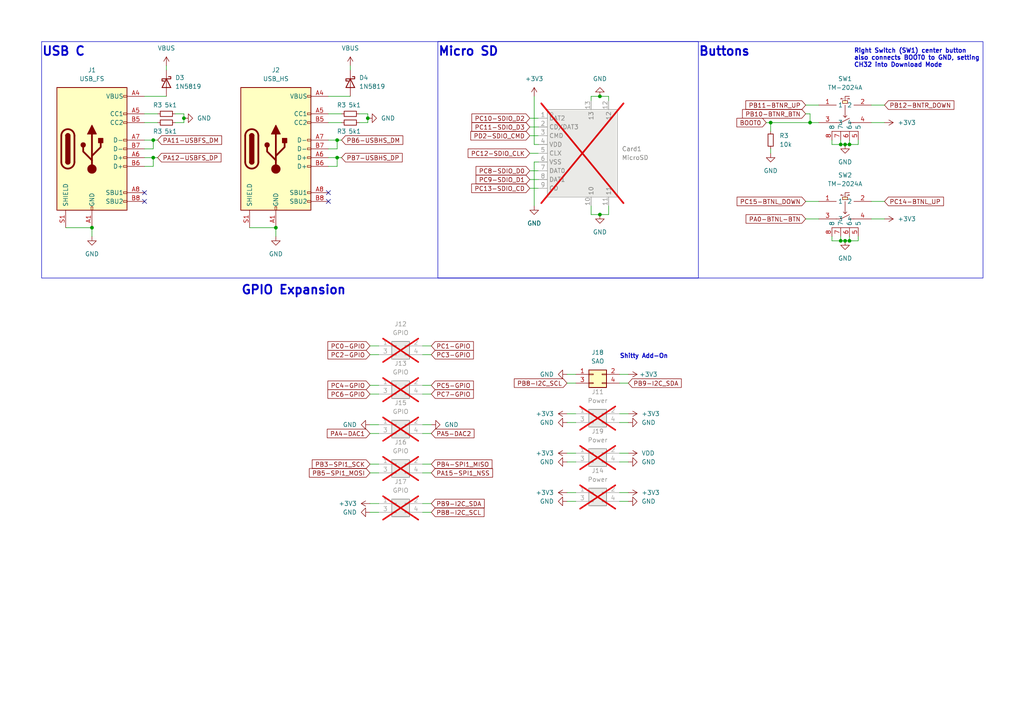
<source format=kicad_sch>
(kicad_sch (version 20230121) (generator eeschema)
  (paper "A4")
  (lib_symbols
    (symbol "Connector:USB_C_Receptacle_USB2.0" (pin_names (offset 1.016))
      (property "Reference" "J" (at -10.16 19.05 0))
      (property "Value" "USB_C_Receptacle_USB2.0" (at 19.05 19.05 0))
      (symbol "USB_C_Receptacle_USB2.0_0_0"
        (rectangle (start -0.254 -17.78) (end 0.254 -16.764))
        (rectangle (start 10.16 -14.986) (end 9.144 -15.494))
        (rectangle (start 10.16 -12.446) (end 9.144 -12.954))
        (rectangle (start 10.16 -4.826) (end 9.144 -5.334))
        (rectangle (start 10.16 -2.286) (end 9.144 -2.794))
        (rectangle (start 10.16 0.254) (end 9.144 -0.254))
        (rectangle (start 10.16 2.794) (end 9.144 2.286))
        (rectangle (start 10.16 7.874) (end 9.144 7.366))
        (rectangle (start 10.16 10.414) (end 9.144 9.906))
        (rectangle (start 10.16 15.494) (end 9.144 14.986))
      )
      (symbol "USB_C_Receptacle_USB2.0_0_1"
        (rectangle (start -10.16 17.78) (end 10.16 -17.78) (stroke (width 0.254)) (fill (type background)))
        (arc (start -8.89 -3.81) (mid -6.985 -5.7067) (end -5.08 -3.81) (stroke (width 0.508)))
        (arc (start -7.62 -3.81) (mid -6.985 -4.4423) (end -6.35 -3.81) (stroke (width 0.254)))
        (arc (start -7.62 -3.81) (mid -6.985 -4.4423) (end -6.35 -3.81) (stroke (width 0.254)) (fill (type outline)))
        (rectangle (start -7.62 -3.81) (end -6.35 3.81) (stroke (width 0.254)) (fill (type outline)))
        (arc (start -6.35 3.81) (mid -6.985 4.4423) (end -7.62 3.81) (stroke (width 0.254)))
        (arc (start -6.35 3.81) (mid -6.985 4.4423) (end -7.62 3.81) (stroke (width 0.254)) (fill (type outline)))
        (arc (start -5.08 3.81) (mid -6.985 5.7067) (end -8.89 3.81) (stroke (width 0.508)))
        (circle (center -2.54 1.143) (radius 0.635) (stroke (width 0.254)) (fill (type outline)))
        (circle (center 0 -5.842) (radius 1.27) (fill (type outline)))
        (polyline (pts (xy -8.89 -3.81) (xy -8.89 3.81)) (stroke (width 0.508)))
        (polyline (pts (xy -5.08 3.81) (xy -5.08 -3.81)) (stroke (width 0.508)))
        (polyline (pts (xy 0 -5.842) (xy 0 4.318)) (stroke (width 0.508)))
        (polyline (pts (xy 0 -3.302) (xy -2.54 -0.762) (xy -2.54 0.508)) (stroke (width 0.508)))
        (polyline (pts (xy 0 -2.032) (xy 2.54 0.508) (xy 2.54 1.778)) (stroke (width 0.508)))
        (polyline (pts (xy -1.27 4.318) (xy 0 6.858) (xy 1.27 4.318) (xy -1.27 4.318)) (stroke (width 0.254)) (fill (type outline)))
        (rectangle (start 1.905 1.778) (end 3.175 3.048) (stroke (width 0.254)) (fill (type outline)))
      )
      (symbol "USB_C_Receptacle_USB2.0_1_1"
        (pin passive line (at 0 -22.86 90) (length 5.08) (name "GND") (number "A1"))
        (pin passive line (at 0 -22.86 90) (length 5.08) hide (name "GND") (number "A12"))
        (pin passive line (at 15.24 15.24 180) (length 5.08) (name "VBUS") (number "A4"))
        (pin bidirectional line (at 15.24 10.16 180) (length 5.08) (name "CC1") (number "A5"))
        (pin bidirectional line (at 15.24 -2.54 180) (length 5.08) (name "D+") (number "A6"))
        (pin bidirectional line (at 15.24 2.54 180) (length 5.08) (name "D-") (number "A7"))
        (pin bidirectional line (at 15.24 -12.7 180) (length 5.08) (name "SBU1") (number "A8"))
        (pin passive line (at 15.24 15.24 180) (length 5.08) hide (name "VBUS") (number "A9"))
        (pin passive line (at 0 -22.86 90) (length 5.08) hide (name "GND") (number "B1"))
        (pin passive line (at 0 -22.86 90) (length 5.08) hide (name "GND") (number "B12"))
        (pin passive line (at 15.24 15.24 180) (length 5.08) hide (name "VBUS") (number "B4"))
        (pin bidirectional line (at 15.24 7.62 180) (length 5.08) (name "CC2") (number "B5"))
        (pin bidirectional line (at 15.24 -5.08 180) (length 5.08) (name "D+") (number "B6"))
        (pin bidirectional line (at 15.24 0 180) (length 5.08) (name "D-") (number "B7"))
        (pin bidirectional line (at 15.24 -15.24 180) (length 5.08) (name "SBU2") (number "B8"))
        (pin passive line (at 15.24 15.24 180) (length 5.08) hide (name "VBUS") (number "B9"))
        (pin passive line (at -7.62 -22.86 90) (length 5.08) (name "SHIELD") (number "S1"))
      )
    )
    (symbol "Connector_Generic:Conn_02x02_Odd_Even" (pin_names (offset 1.016) hide)
      (property "Reference" "J" (at 1.27 2.54 0))
      (property "Value" "Conn_02x02_Odd_Even" (at 1.27 -5.08 0))
      (symbol "Conn_02x02_Odd_Even_1_1"
        (rectangle (start -1.27 -2.413) (end 0 -2.667) (stroke (width 0.1524)))
        (rectangle (start -1.27 0.127) (end 0 -0.127) (stroke (width 0.1524)))
        (rectangle (start -1.27 1.27) (end 3.81 -3.81) (stroke (width 0.254)) (fill (type background)))
        (rectangle (start 3.81 -2.413) (end 2.54 -2.667) (stroke (width 0.1524)))
        (rectangle (start 3.81 0.127) (end 2.54 -0.127) (stroke (width 0.1524)))
        (pin passive line (at -5.08 0 0) (length 3.81) (name "Pin_1") (number "1"))
        (pin passive line (at 7.62 0 180) (length 3.81) (name "Pin_2") (number "2"))
        (pin passive line (at -5.08 -2.54 0) (length 3.81) (name "Pin_3") (number "3"))
        (pin passive line (at 7.62 -2.54 180) (length 3.81) (name "Pin_4") (number "4"))
      )
    )
    (symbol "Device:D_Schottky" (pin_numbers hide) (pin_names (offset 1.016) hide)
      (property "Reference" "D" (at 0 2.54 0))
      (property "Value" "D_Schottky" (at 0 -2.54 0))
      (symbol "D_Schottky_0_1"
        (polyline (pts (xy 1.27 0) (xy -1.27 0)))
        (polyline (pts (xy 1.27 1.27) (xy 1.27 -1.27) (xy -1.27 0) (xy 1.27 1.27)) (stroke (width 0.254)))
        (polyline (pts (xy -1.905 0.635) (xy -1.905 1.27) (xy -1.27 1.27) (xy -1.27 -1.27) (xy -0.635 -1.27) (xy -0.635 -0.635)) (stroke (width 0.254)))
      )
      (symbol "D_Schottky_1_1"
        (pin passive line (at -3.81 0 0) (length 2.54) (name "K") (number "1"))
        (pin passive line (at 3.81 0 180) (length 2.54) (name "A") (number "2"))
      )
    )
    (symbol "Device:R_Small" (pin_numbers hide) (pin_names (offset 0.254) hide)
      (property "Reference" "R" (at 0.762 0.508 0))
      (property "Value" "R_Small" (at 0.762 -1.016 0))
      (symbol "R_Small_0_1"
        (rectangle (start -0.762 1.778) (end 0.762 -1.778) (stroke (width 0.2032)))
      )
      (symbol "R_Small_1_1"
        (pin passive line (at 0 2.54 270) (length 0.762) (name "~") (number "1"))
        (pin passive line (at 0 -2.54 90) (length 0.762) (name "~") (number "2"))
      )
    )
    (symbol "TFPUSH:TFPUSH"
      (property "Reference" "Card" (at 0 20.32 0))
      (property "Value" "TF PUSH" (at 0 -20.32 0))
      (symbol "TFPUSH_0_1"
        (rectangle (start -7.62 12.7) (end 12.7 -12.7) (fill (type background)))
        (circle (center -6.35 11.43) (radius 0.38))
        (pin unspecified line (at -10.16 10.16 0) (length 2.54) (name "DAT2") (number "1"))
        (pin unspecified line (at 5.08 -15.24 90) (length 2.54) (name "10") (number "10"))
        (pin unspecified line (at 10.16 -15.24 90) (length 2.54) (name "11") (number "11"))
        (pin unspecified line (at 10.16 15.24 270) (length 2.54) (name "12") (number "12"))
        (pin unspecified line (at 5.08 15.24 270) (length 2.54) (name "13") (number "13"))
        (pin unspecified line (at -10.16 7.62 0) (length 2.54) (name "CD/DAT3") (number "2"))
        (pin unspecified line (at -10.16 5.08 0) (length 2.54) (name "CMD") (number "3"))
        (pin unspecified line (at -10.16 2.54 0) (length 2.54) (name "VDD") (number "4"))
        (pin unspecified line (at -10.16 0 0) (length 2.54) (name "CLX") (number "5"))
        (pin unspecified line (at -10.16 -2.54 0) (length 2.54) (name "VSS") (number "6"))
        (pin unspecified line (at -10.16 -5.08 0) (length 2.54) (name "DAT0") (number "7"))
        (pin unspecified line (at -10.16 -7.62 0) (length 2.54) (name "DAT1") (number "8"))
        (pin unspecified line (at -10.16 -10.16 0) (length 2.54) (name "CD") (number "9"))
      )
    )
    (symbol "TM2024A:TM-2024A"
      (property "Reference" "SW" (at 0 10.16 0))
      (property "Value" "TM-2024A" (at 0 -10.16 0))
      (symbol "TM-2024A_0_1"
        (rectangle (start -2.03 6.35) (end -0.51 5.59) (fill (type background)))
        (polyline (pts (xy -2.54 0) (xy -3.81 0)))
        (polyline (pts (xy -2.54 0) (xy 0 1.27)))
        (polyline (pts (xy -2.54 6.86) (xy -2.29 7.11)))
        (polyline (pts (xy -1.78 6.86) (xy -2.54 6.86)))
        (polyline (pts (xy -1.27 5.08) (xy -1.27 1.52)))
        (polyline (pts (xy -0.76 6.86) (xy 0 6.86)))
        (polyline (pts (xy -0.25 7.11) (xy 0 6.86)))
        (polyline (pts (xy 1.27 0) (xy 0 0)))
        (polyline (pts (xy 2.54 -2.54) (xy -5.08 -2.54)))
        (polyline (pts (xy -1.78 2.03) (xy -1.27 1.52) (xy -0.76 2.03)))
        (polyline (pts (xy -1.27 6.35) (xy -1.27 7.62) (xy 0 7.62) (xy 0 7.62)))
        (pin unspecified line (at -8.89 5.08 0) (length 5.08) (name "1") (number "1"))
        (pin unspecified line (at 6.35 5.08 180) (length 5.08) (name "2") (number "2"))
        (pin unspecified line (at -8.89 0 0) (length 5.08) (name "3") (number "3"))
        (pin unspecified line (at 6.35 0 180) (length 5.08) (name "4") (number "4"))
        (pin unspecified line (at 2.54 -5.08 90) (length 2.54) (name "5") (number "5"))
        (pin unspecified line (at 0 -5.08 90) (length 2.54) (name "6") (number "6"))
        (pin unspecified line (at -2.54 -5.08 90) (length 2.54) (name "7") (number "7"))
        (pin unspecified line (at -5.08 -5.08 90) (length 2.54) (name "8") (number "8"))
      )
    )
    (symbol "power:+3V3" (power) (pin_names (offset 0))
      (property "Value" "+3V3" (at 0 3.556 0))
      (symbol "+3V3_0_1"
        (polyline (pts (xy -0.762 1.27) (xy 0 2.54)))
        (polyline (pts (xy 0 0) (xy 0 2.54)))
        (polyline (pts (xy 0 2.54) (xy 0.762 1.27)))
      )
      (symbol "+3V3_1_1"
        (pin power_in line (at 0 0 90) (length 0) hide (name "+3V3") (number "1"))
      )
    )
    (symbol "power:GND" (power) (pin_names (offset 0))
      (property "Value" "GND" (at 0 -3.81 0))
      (symbol "GND_0_1"
        (polyline (pts (xy 0 0) (xy 0 -1.27) (xy 1.27 -1.27) (xy 0 -2.54) (xy -1.27 -1.27) (xy 0 -1.27)))
      )
      (symbol "GND_1_1"
        (pin power_in line (at 0 0 270) (length 0) hide (name "GND") (number "1"))
      )
    )
    (symbol "power:VBUS" (power) (pin_names (offset 0))
      (property "Value" "VBUS" (at 0 3.81 0))
      (symbol "VBUS_0_1"
        (polyline (pts (xy -0.762 1.27) (xy 0 2.54)))
        (polyline (pts (xy 0 0) (xy 0 2.54)))
        (polyline (pts (xy 0 2.54) (xy 0.762 1.27)))
      )
      (symbol "VBUS_1_1"
        (pin power_in line (at 0 0 90) (length 0) hide (name "VBUS") (number "1"))
      )
    )
    (symbol "power:VDD" (power) (pin_names (offset 0))
      (property "Value" "VDD" (at 0 3.81 0))
      (symbol "VDD_0_1"
        (polyline (pts (xy -0.762 1.27) (xy 0 2.54)))
        (polyline (pts (xy 0 0) (xy 0 2.54)))
        (polyline (pts (xy 0 2.54) (xy 0.762 1.27)))
      )
      (symbol "VDD_1_1"
        (pin power_in line (at 0 0 90) (length 0) hide (name "VDD") (number "1"))
      )
    )
  )
  (junction (at 246.38 69.85))
  (junction (at 80.01 66.04))
  (junction (at 97.79 40.64))
  (junction (at 53.34 34.29))
  (junction (at 243.84 41.91))
  (junction (at 44.45 40.64))
  (junction (at 243.84 69.85))
  (junction (at 97.79 45.72))
  (junction (at 246.38 41.91))
  (junction (at 44.45 45.72))
  (junction (at 26.67 66.04))
  (junction (at 245.11 41.91))
  (junction (at 106.68 34.29))
  (junction (at 245.11 69.85))
  (junction (at 173.99 62.23))
  (junction (at 234.95 35.56))
  (junction (at 223.52 35.56))
  (junction (at 173.99 27.94))
  (no_connect (at 41.91 55.88))
  (no_connect (at 95.25 58.42))
  (no_connect (at 41.91 58.42))
  (no_connect (at 95.25 55.88))
  (wire (pts (xy 176.53 62.23) (xy 173.99 62.23)))
  (wire (pts (xy 44.45 43.18) (xy 44.45 40.64)))
  (wire (pts (xy 222.25 35.56) (xy 223.52 35.56)))
  (wire (pts (xy 233.68 33.02) (xy 234.95 33.02)))
  (wire (pts (xy 41.91 35.56) (xy 45.72 35.56)))
  (wire (pts (xy 97.79 45.72) (xy 99.06 45.72)))
  (wire (pts (xy 153.67 36.83) (xy 156.21 36.83)))
  (wire (pts (xy 154.94 46.99) (xy 154.94 59.69)))
  (wire (pts (xy 106.68 33.02) (xy 106.68 34.29)))
  (wire (pts (xy 41.91 43.18) (xy 44.45 43.18)))
  (wire (pts (xy 107.315 148.59) (xy 109.855 148.59)))
  (wire (pts (xy 241.3 69.85) (xy 243.84 69.85)))
  (wire (pts (xy 53.34 33.02) (xy 53.34 34.29)))
  (wire (pts (xy 233.68 63.5) (xy 237.49 63.5)))
  (wire (pts (xy 179.705 111.125) (xy 182.245 111.125)))
  (wire (pts (xy 19.05 66.04) (xy 26.67 66.04)))
  (wire (pts (xy 107.315 137.16) (xy 109.855 137.16)))
  (wire (pts (xy 97.79 40.64) (xy 99.06 40.64)))
  (wire (pts (xy 153.67 34.29) (xy 156.21 34.29)))
  (wire (pts (xy 122.555 148.59) (xy 125.095 148.59)))
  (wire (pts (xy 164.465 133.985) (xy 167.005 133.985)))
  (wire (pts (xy 233.68 30.48) (xy 237.49 30.48)))
  (wire (pts (xy 246.38 68.58) (xy 246.38 69.85)))
  (wire (pts (xy 248.92 40.64) (xy 248.92 41.91)))
  (wire (pts (xy 104.14 35.56) (xy 106.68 35.56)))
  (wire (pts (xy 243.84 68.58) (xy 243.84 69.85)))
  (wire (pts (xy 176.53 29.21) (xy 176.53 27.94)))
  (wire (pts (xy 41.91 33.02) (xy 45.72 33.02)))
  (wire (pts (xy 50.8 35.56) (xy 53.34 35.56)))
  (wire (pts (xy 223.52 35.56) (xy 223.52 38.1)))
  (wire (pts (xy 248.92 68.58) (xy 248.92 69.85)))
  (wire (pts (xy 153.67 44.45) (xy 156.21 44.45)))
  (wire (pts (xy 122.555 146.05) (xy 125.095 146.05)))
  (wire (pts (xy 179.705 145.415) (xy 182.245 145.415)))
  (wire (pts (xy 164.465 131.445) (xy 167.005 131.445)))
  (wire (pts (xy 122.555 137.16) (xy 125.095 137.16)))
  (wire (pts (xy 122.555 100.33) (xy 125.095 100.33)))
  (wire (pts (xy 153.67 52.07) (xy 156.21 52.07)))
  (wire (pts (xy 164.465 122.555) (xy 167.005 122.555)))
  (wire (pts (xy 107.315 125.73) (xy 109.855 125.73)))
  (wire (pts (xy 252.73 30.48) (xy 256.54 30.48)))
  (wire (pts (xy 252.73 35.56) (xy 256.54 35.56)))
  (wire (pts (xy 154.94 41.91) (xy 156.21 41.91)))
  (wire (pts (xy 107.315 102.87) (xy 109.855 102.87)))
  (wire (pts (xy 122.555 111.76) (xy 125.095 111.76)))
  (wire (pts (xy 243.84 69.85) (xy 245.11 69.85)))
  (wire (pts (xy 176.53 27.94) (xy 173.99 27.94)))
  (wire (pts (xy 164.465 108.585) (xy 167.005 108.585)))
  (wire (pts (xy 41.91 40.64) (xy 44.45 40.64)))
  (wire (pts (xy 107.315 111.76) (xy 109.855 111.76)))
  (wire (pts (xy 241.3 40.64) (xy 241.3 41.91)))
  (wire (pts (xy 107.315 100.33) (xy 109.855 100.33)))
  (wire (pts (xy 171.45 29.21) (xy 171.45 27.94)))
  (wire (pts (xy 179.705 142.875) (xy 182.245 142.875)))
  (wire (pts (xy 179.705 122.555) (xy 182.245 122.555)))
  (wire (pts (xy 106.68 35.56) (xy 106.68 34.29)))
  (wire (pts (xy 171.45 59.69) (xy 171.45 62.23)))
  (wire (pts (xy 53.34 35.56) (xy 53.34 34.29)))
  (wire (pts (xy 107.315 146.05) (xy 109.855 146.05)))
  (wire (pts (xy 156.21 46.99) (xy 154.94 46.99)))
  (wire (pts (xy 107.315 134.62) (xy 109.855 134.62)))
  (wire (pts (xy 223.52 43.18) (xy 223.52 44.45)))
  (wire (pts (xy 171.45 27.94) (xy 173.99 27.94)))
  (wire (pts (xy 122.555 123.19) (xy 125.095 123.19)))
  (wire (pts (xy 171.45 62.23) (xy 173.99 62.23)))
  (wire (pts (xy 122.555 102.87) (xy 125.095 102.87)))
  (wire (pts (xy 164.465 145.415) (xy 167.005 145.415)))
  (wire (pts (xy 95.25 48.26) (xy 97.79 48.26)))
  (wire (pts (xy 48.26 19.05) (xy 48.26 20.32)))
  (wire (pts (xy 176.53 59.69) (xy 176.53 62.23)))
  (wire (pts (xy 241.3 68.58) (xy 241.3 69.85)))
  (wire (pts (xy 41.91 45.72) (xy 44.45 45.72)))
  (wire (pts (xy 154.94 27.94) (xy 154.94 41.91)))
  (wire (pts (xy 26.67 66.04) (xy 26.67 68.58)))
  (wire (pts (xy 122.555 134.62) (xy 125.095 134.62)))
  (wire (pts (xy 153.67 54.61) (xy 156.21 54.61)))
  (wire (pts (xy 179.705 120.015) (xy 182.245 120.015)))
  (wire (pts (xy 246.38 69.85) (xy 245.11 69.85)))
  (wire (pts (xy 95.25 45.72) (xy 97.79 45.72)))
  (wire (pts (xy 252.73 58.42) (xy 256.54 58.42)))
  (wire (pts (xy 233.68 58.42) (xy 237.49 58.42)))
  (wire (pts (xy 44.45 45.72) (xy 45.72 45.72)))
  (wire (pts (xy 122.555 125.73) (xy 125.095 125.73)))
  (wire (pts (xy 234.95 33.02) (xy 234.95 35.56)))
  (wire (pts (xy 252.73 63.5) (xy 256.54 63.5)))
  (wire (pts (xy 248.92 69.85) (xy 246.38 69.85)))
  (wire (pts (xy 104.14 33.02) (xy 106.68 33.02)))
  (wire (pts (xy 153.67 39.37) (xy 156.21 39.37)))
  (wire (pts (xy 95.25 33.02) (xy 99.06 33.02)))
  (wire (pts (xy 95.25 40.64) (xy 97.79 40.64)))
  (wire (pts (xy 101.6 19.05) (xy 101.6 20.32)))
  (wire (pts (xy 50.8 33.02) (xy 53.34 33.02)))
  (wire (pts (xy 248.92 41.91) (xy 246.38 41.91)))
  (wire (pts (xy 246.38 40.64) (xy 246.38 41.91)))
  (wire (pts (xy 246.38 41.91) (xy 245.11 41.91)))
  (wire (pts (xy 107.315 114.3) (xy 109.855 114.3)))
  (wire (pts (xy 95.25 35.56) (xy 99.06 35.56)))
  (wire (pts (xy 164.465 111.125) (xy 167.005 111.125)))
  (wire (pts (xy 153.67 49.53) (xy 156.21 49.53)))
  (wire (pts (xy 243.84 41.91) (xy 245.11 41.91)))
  (wire (pts (xy 95.25 43.18) (xy 97.79 43.18)))
  (wire (pts (xy 179.705 131.445) (xy 182.245 131.445)))
  (wire (pts (xy 80.01 66.04) (xy 80.01 68.58)))
  (wire (pts (xy 107.315 123.19) (xy 109.855 123.19)))
  (wire (pts (xy 44.45 48.26) (xy 44.45 45.72)))
  (wire (pts (xy 44.45 40.64) (xy 45.72 40.64)))
  (wire (pts (xy 41.91 27.94) (xy 48.26 27.94)))
  (wire (pts (xy 164.465 120.015) (xy 167.005 120.015)))
  (wire (pts (xy 179.705 108.585) (xy 182.245 108.585)))
  (wire (pts (xy 223.52 35.56) (xy 234.95 35.56)))
  (wire (pts (xy 95.25 27.94) (xy 101.6 27.94)))
  (wire (pts (xy 234.95 35.56) (xy 237.49 35.56)))
  (wire (pts (xy 122.555 114.3) (xy 125.095 114.3)))
  (wire (pts (xy 97.79 43.18) (xy 97.79 40.64)))
  (wire (pts (xy 243.84 40.64) (xy 243.84 41.91)))
  (wire (pts (xy 97.79 48.26) (xy 97.79 45.72)))
  (wire (pts (xy 241.3 41.91) (xy 243.84 41.91)))
  (wire (pts (xy 41.91 48.26) (xy 44.45 48.26)))
  (wire (pts (xy 164.465 142.875) (xy 167.005 142.875)))
  (wire (pts (xy 72.39 66.04) (xy 80.01 66.04)))
  (wire (pts (xy 179.705 133.985) (xy 182.245 133.985)))
  (rectangle (start 12.065 12.065) (end 285.115 80.645))
  (rectangle (start 127 12.065) (end 202.565 80.645))
  (text "Buttons" (at 202.565 16.51 0) (effects (font (size 2.54 2.54) bold) (justify left bottom)))
  (text "USB C" (at 12.065 16.51 0) (effects (font (size 2.54 2.54) bold) (justify left bottom)))
  (text "GPIO Expansion" (at 69.85 85.725 0) (effects (font (size 2.54 2.54) bold) (justify left bottom)))
  (text "Micro SD" (at 127 16.51 0) (effects (font (size 2.54 2.54) bold) (justify left bottom)))
  (text "Right Switch (SW1) center button\nalso connects BOOT0 to GND, setting\nCH32 into Download Mode" (at 247.65 19.685 0) (effects (font (size 1.27 1.27) bold) (justify left bottom)))
  (text "Shitty Add-On" (at 179.705 104.14 0) (effects (font (size 1.27 1.27) bold) (justify left bottom)))
  (global_label "PB7-USBHS_DP" (shape input) (at 99.06 45.72 0) (property "Intersheetrefs" "${INTERSHEET_REFS}" (effects hide)))
  (global_label "PC8-SDIO_D0" (shape input) (at 153.67 49.53 180) (property "Intersheetrefs" "${INTERSHEET_REFS}" (effects hide)))
  (global_label "PC2-GPIO" (shape input) (at 107.315 102.87 180) (property "Intersheetrefs" "${INTERSHEET_REFS}" (effects hide)))
  (global_label "PA15-SPI1_NSS" (shape input) (at 125.095 137.16 0) (property "Intersheetrefs" "${INTERSHEET_REFS}" (effects hide)))
  (global_label "PC11-SDIO_D3" (shape input) (at 153.67 36.83 180) (property "Intersheetrefs" "${INTERSHEET_REFS}" (effects hide)))
  (global_label "PB9-I2C_SDA" (shape input) (at 182.245 111.125 0) (property "Intersheetrefs" "${INTERSHEET_REFS}" (effects hide)))
  (global_label "PB11-BTNR_UP" (shape input) (at 233.68 30.48 180) (property "Intersheetrefs" "${INTERSHEET_REFS}" (effects hide)))
  (global_label "PA0-BTNL-BTN" (shape input) (at 233.68 63.5 180) (property "Intersheetrefs" "${INTERSHEET_REFS}" (effects hide)))
  (global_label "PB8-I2C_SCL" (shape input) (at 164.465 111.125 180) (property "Intersheetrefs" "${INTERSHEET_REFS}" (effects hide)))
  (global_label "PB8-I2C_SCL" (shape input) (at 125.095 148.59 0) (property "Intersheetrefs" "${INTERSHEET_REFS}" (effects hide)))
  (global_label "PB5-SPI1_MOSI" (shape input) (at 107.315 137.16 180) (property "Intersheetrefs" "${INTERSHEET_REFS}" (effects hide)))
  (global_label "PB4-SPI1_MISO" (shape input) (at 125.095 134.62 0) (property "Intersheetrefs" "${INTERSHEET_REFS}" (effects hide)))
  (global_label "PC13-SDIO_CD" (shape input) (at 153.67 54.61 180) (property "Intersheetrefs" "${INTERSHEET_REFS}" (effects hide)))
  (global_label "PB12-BNTR_DOWN" (shape input) (at 256.54 30.48 0) (property "Intersheetrefs" "${INTERSHEET_REFS}" (effects hide)))
  (global_label "PA12-USBFS_DP" (shape input) (at 45.72 45.72 0) (property "Intersheetrefs" "${INTERSHEET_REFS}" (effects hide)))
  (global_label "PC0-GPIO" (shape input) (at 107.315 100.33 180) (property "Intersheetrefs" "${INTERSHEET_REFS}" (effects hide)))
  (global_label "PA4-DAC1" (shape input) (at 107.315 125.73 180) (property "Intersheetrefs" "${INTERSHEET_REFS}" (effects hide)))
  (global_label "PC1-GPIO" (shape input) (at 125.095 100.33 0) (property "Intersheetrefs" "${INTERSHEET_REFS}" (effects hide)))
  (global_label "PC10-SDIO_D2" (shape input) (at 153.67 34.29 180) (property "Intersheetrefs" "${INTERSHEET_REFS}" (effects hide)))
  (global_label "PC7-GPIO" (shape input) (at 125.095 114.3 0) (property "Intersheetrefs" "${INTERSHEET_REFS}" (effects hide)))
  (global_label "PC3-GPIO" (shape input) (at 125.095 102.87 0) (property "Intersheetrefs" "${INTERSHEET_REFS}" (effects hide)))
  (global_label "PC15-BTNL_DOWN" (shape input) (at 233.68 58.42 180) (property "Intersheetrefs" "${INTERSHEET_REFS}" (effects hide)))
  (global_label "PA5-DAC2" (shape input) (at 125.095 125.73 0) (property "Intersheetrefs" "${INTERSHEET_REFS}" (effects hide)))
  (global_label "PC14-BTNL_UP" (shape input) (at 256.54 58.42 0) (property "Intersheetrefs" "${INTERSHEET_REFS}" (effects hide)))
  (global_label "PC12-SDIO_CLK" (shape input) (at 153.67 44.45 180) (property "Intersheetrefs" "${INTERSHEET_REFS}" (effects hide)))
  (global_label "BOOT0" (shape input) (at 222.25 35.56 180) (property "Intersheetrefs" "${INTERSHEET_REFS}" (effects hide)))
  (global_label "PB9-I2C_SDA" (shape input) (at 125.095 146.05 0) (property "Intersheetrefs" "${INTERSHEET_REFS}" (effects hide)))
  (global_label "PA11-USBFS_DM" (shape input) (at 45.72 40.64 0) (property "Intersheetrefs" "${INTERSHEET_REFS}" (effects hide)))
  (global_label "PB10-BTNR_BTN" (shape input) (at 233.68 33.02 180) (property "Intersheetrefs" "${INTERSHEET_REFS}" (effects hide)))
  (global_label "PC5-GPIO" (shape input) (at 125.095 111.76 0) (property "Intersheetrefs" "${INTERSHEET_REFS}" (effects hide)))
  (global_label "PC9-SDIO_D1" (shape input) (at 153.67 52.07 180) (property "Intersheetrefs" "${INTERSHEET_REFS}" (effects hide)))
  (global_label "PB3-SPI1_SCK" (shape input) (at 107.315 134.62 180) (property "Intersheetrefs" "${INTERSHEET_REFS}" (effects hide)))
  (global_label "PC4-GPIO" (shape input) (at 107.315 111.76 180) (property "Intersheetrefs" "${INTERSHEET_REFS}" (effects hide)))
  (global_label "PC6-GPIO" (shape input) (at 107.315 114.3 180) (property "Intersheetrefs" "${INTERSHEET_REFS}" (effects hide)))
  (global_label "PD2-SDIO_CMD" (shape input) (at 153.67 39.37 180) (property "Intersheetrefs" "${INTERSHEET_REFS}" (effects hide)))
  (global_label "PB6-USBHS_DM" (shape input) (at 99.06 40.64 0) (property "Intersheetrefs" "${INTERSHEET_REFS}" (effects hide)))
  (symbol (lib_id "power:+3V3") (at 107.315 146.05 90) (unit 1)
    (property "Reference" "#PWR02" (effects hide))
    (property "Value" "+3V3" (at 103.505 146.05 90) (effects (justify left)))
    (instances (project "Badge_Bottom" (path "" (reference "#PWR02") (unit 1)) (path "" (reference "#PWR033") (unit 1)) (path "" (reference "#PWR096") (unit 1))))
  )
  (symbol (lib_id "Connector_Generic:Conn_02x02_Odd_Even") (at 114.935 146.05 0) (unit 1) (in_bom no) (dnp yes)
    (property "Reference" "J17" (at 116.205 139.7 0))
    (property "Value" "GPIO" (at 116.205 142.24 0))
    (property "Footprint" "Connector_PinHeader_2.54mm:PinHeader_2x02_P2.54mm_Vertical" (effects hide))
  )
  (symbol (lib_id "Connector_Generic:Conn_02x02_Odd_Even") (at 114.935 111.76 0) (unit 1) (in_bom no) (dnp yes)
    (property "Reference" "J13" (at 116.205 105.41 0))
    (property "Value" "GPIO" (at 116.205 107.95 0))
    (property "Footprint" "Connector_PinHeader_2.54mm:PinHeader_2x02_P2.54mm_Vertical" (effects hide))
  )
  (symbol (lib_id "power:GND") (at 154.94 59.69 0) (unit 1)
    (property "Reference" "#PWR026" (effects hide))
    (property "Value" "GND" (at 154.94 64.77 0))
    (instances (project "Badge_Bottom" (path "" (reference "#PWR026") (unit 1)) (path "" (reference "#PWR017") (unit 1))))
  )
  (symbol (lib_id "Connector:USB_C_Receptacle_USB2.0") (at 26.67 43.18 0) (unit 1)
    (property "Reference" "J1" (at 26.67 20.32 0))
    (property "Value" "USB_FS" (at 26.67 22.86 0))
    (property "Footprint" "Connector_USB:USB_C_Receptacle_HRO_TYPE-C-31-M-12" (effects hide))
    (property "Datasheet" "https://www.usb.org/sites/default/files/documents/usb_type-c.zip" (effects hide))
  )
  (symbol (lib_id "power:GND") (at 245.11 41.91 0) (unit 1)
    (property "Reference" "#PWR034" (effects hide))
    (property "Value" "GND" (at 245.11 46.99 0))
    (instances (project "Badge_Bottom" (path "" (reference "#PWR034") (unit 1)) (path "" (reference "#PWR087") (unit 1))))
  )
  (symbol (lib_id "power:+3V3") (at 256.54 63.5 270) (unit 1)
    (property "Reference" "#PWR02" (effects hide))
    (property "Value" "+3V3" (at 260.35 63.5 90) (effects (justify left)))
    (instances (project "Badge_Bottom" (path "" (reference "#PWR02") (unit 1)) (path "" (reference "#PWR033") (unit 1)) (path "" (reference "#PWR056") (unit 1))))
  )
  (symbol (lib_id "power:GND") (at 164.465 133.985 270) (unit 1)
    (property "Reference" "#PWR026" (effects hide))
    (property "Value" "GND" (at 160.655 133.985 90) (effects (justify right)))
    (instances (project "Badge_Bottom" (path "" (reference "#PWR026") (unit 1)) (path "" (reference "#PWR052") (unit 1))))
  )
  (symbol (lib_id "Connector_Generic:Conn_02x02_Odd_Even") (at 114.935 100.33 0) (unit 1) (in_bom no) (dnp yes)
    (property "Reference" "J12" (at 116.205 93.98 0))
    (property "Value" "GPIO" (at 116.205 96.52 0))
    (property "Footprint" "Connector_PinHeader_2.54mm:PinHeader_2x02_P2.54mm_Vertical" (effects hide))
  )
  (symbol (lib_id "Device:R_Small") (at 48.26 35.56 90) (unit 1)
    (property "Reference" "R3" (at 45.72 38.1 90))
    (property "Value" "5k1" (at 49.53 38.1 90))
    (property "Footprint" "Resistor_SMD:R_0603_1608Metric" (effects hide))
    (instances (project "Badge_Bottom" (path "" (reference "R3") (unit 1)) (path "" (reference "R9") (unit 1)) (path "" (reference "R9") (unit 1))))
  )
  (symbol (lib_id "Device:R_Small") (at 223.52 40.64 180) (unit 1)
    (property "Reference" "R3" (at 226.06 39.37 0) (effects (justify right)))
    (property "Value" "10k" (at 226.06 41.91 0) (effects (justify right)))
    (property "Footprint" "Resistor_SMD:R_0603_1608Metric" (effects hide))
    (instances (project "Badge_Bottom" (path "" (reference "R3") (unit 1)) (path "" (reference "R12") (unit 1)) (path "" (reference "R12") (unit 1))))
  )
  (symbol (lib_id "Connector:USB_C_Receptacle_USB2.0") (at 80.01 43.18 0) (unit 1)
    (property "Reference" "J2" (at 80.01 20.32 0))
    (property "Value" "USB_HS" (at 80.01 22.86 0))
    (property "Footprint" "Connector_USB:USB_C_Receptacle_HRO_TYPE-C-31-M-12" (effects hide))
    (property "Datasheet" "https://www.usb.org/sites/default/files/documents/usb_type-c.zip" (effects hide))
  )
  (symbol (lib_id "power:VBUS") (at 48.26 19.05 0) (unit 1)
    (property "Reference" "#PWR04" (effects hide))
    (property "Value" "VBUS" (at 48.26 13.97 0))
    (instances (project "Badge_Bottom" (path "" (reference "#PWR04") (unit 1)) (path "" (reference "#PWR018") (unit 1)) (path "" (reference "#PWR026") (unit 1))))
  )
  (symbol (lib_id "power:+3V3") (at 154.94 27.94 0) (unit 1)
    (property "Reference" "#PWR02" (effects hide))
    (property "Value" "+3V3" (at 154.94 22.86 0))
    (instances (project "Badge_Bottom" (path "" (reference "#PWR02") (unit 1)) (path "" (reference "#PWR033") (unit 1)) (path "" (reference "#PWR044") (unit 1))))
  )
  (symbol (lib_id "power:GND") (at 182.245 145.415 90) (mirror x) (unit 1)
    (property "Reference" "#PWR026" (effects hide))
    (property "Value" "GND" (at 186.055 145.415 90) (effects (justify right)))
    (instances (project "Badge_Bottom" (path "" (reference "#PWR026") (unit 1)) (path "" (reference "#PWR095") (unit 1))))
  )
  (symbol (lib_id "power:+3V3") (at 256.54 35.56 270) (unit 1)
    (property "Reference" "#PWR02" (effects hide))
    (property "Value" "+3V3" (at 260.35 35.56 90) (effects (justify left)))
    (instances (project "Badge_Bottom" (path "" (reference "#PWR02") (unit 1)) (path "" (reference "#PWR033") (unit 1)) (path "" (reference "#PWR034") (unit 1))))
  )
  (symbol (lib_id "Connector_Generic:Conn_02x02_Odd_Even") (at 172.085 108.585 0) (unit 1) (in_bom no)
    (property "Reference" "J18" (at 173.355 102.235 0))
    (property "Value" "SAO" (at 173.355 104.775 0))
    (property "Footprint" "2x02_pinsocket_254:HDR-TH_4P-P2.54-H-F-R2-C2-W8.5" (effects hide))
  )
  (symbol (lib_id "Device:R_Small") (at 101.6 33.02 90) (unit 1)
    (property "Reference" "R3" (at 99.06 30.48 90))
    (property "Value" "5k1" (at 102.87 30.48 90))
    (property "Footprint" "Resistor_SMD:R_0603_1608Metric" (effects hide))
    (instances (project "Badge_Bottom" (path "" (reference "R3") (unit 1)) (path "" (reference "R10") (unit 1)) (path "" (reference "R10") (unit 1))))
  )
  (symbol (lib_id "Device:D_Schottky") (at 48.26 24.13 270) (unit 1)
    (property "Reference" "D3" (at 50.8 22.5425 90) (effects (justify left)))
    (property "Value" "1N5819" (at 50.8 25.0825 90) (effects (justify left)))
    (property "Footprint" "Diode_SMD:D_SOD-323" (effects hide))
  )
  (symbol (lib_id "power:GND") (at 164.465 122.555 270) (unit 1)
    (property "Reference" "#PWR026" (effects hide))
    (property "Value" "GND" (at 160.655 122.555 90) (effects (justify right)))
    (instances (project "Badge_Bottom" (path "" (reference "#PWR026") (unit 1)) (path "" (reference "#PWR048") (unit 1))))
  )
  (symbol (lib_id "Device:D_Schottky") (at 101.6 24.13 270) (unit 1)
    (property "Reference" "D4" (at 104.14 22.5425 90) (effects (justify left)))
    (property "Value" "1N5819" (at 104.14 25.0825 90) (effects (justify left)))
    (property "Footprint" "Diode_SMD:D_SOD-323" (effects hide))
  )
  (symbol (lib_id "power:VBUS") (at 101.6 19.05 0) (unit 1)
    (property "Reference" "#PWR04" (effects hide))
    (property "Value" "VBUS" (at 101.6 13.97 0))
    (instances (project "Badge_Bottom" (path "" (reference "#PWR04") (unit 1)) (path "" (reference "#PWR027") (unit 1)) (path "" (reference "#PWR027") (unit 1))))
  )
  (symbol (lib_id "power:+3V3") (at 164.465 131.445 90) (unit 1)
    (property "Reference" "#PWR02" (effects hide))
    (property "Value" "+3V3" (at 160.655 131.445 90) (effects (justify left)))
    (instances (project "Badge_Bottom" (path "" (reference "#PWR02") (unit 1)) (path "" (reference "#PWR033") (unit 1)) (path "" (reference "#PWR051") (unit 1))))
  )
  (symbol (lib_id "power:+3V3") (at 182.245 108.585 270) (unit 1)
    (property "Reference" "#PWR02" (effects hide))
    (property "Value" "+3V3" (at 185.42 108.585 90) (effects (justify left)))
    (instances (project "Badge_Bottom" (path "" (reference "#PWR02") (unit 1)) (path "" (reference "#PWR033") (unit 1)) (path "" (reference "#PWR046") (unit 1))))
  )
  (symbol (lib_id "TM2024A:TM-2024A") (at 246.38 63.5 0) (unit 1)
    (property "Reference" "SW2" (at 245.11 50.8 0))
    (property "Value" "TM-2024A" (at 245.11 53.34 0))
    (property "Footprint" "TM2024A:SW-SMD_TM-2024A" (effects hide))
    (property "Manufacturer" "XKB Connectivity(中国星坤)" (effects hide))
    (property "LCSC Part" "C561480" (effects hide))
    (property "JLC Part" "Extended Part" (effects hide))
  )
  (symbol (lib_id "power:GND") (at 106.68 34.29 90) (unit 1)
    (property "Reference" "#PWR031" (effects hide))
    (property "Value" "GND" (at 110.49 34.29 90) (effects (justify right)))
  )
  (symbol (lib_id "power:GND") (at 107.315 148.59 270) (unit 1)
    (property "Reference" "#PWR026" (effects hide))
    (property "Value" "GND" (at 103.505 148.59 90) (effects (justify right)))
    (instances (project "Badge_Bottom" (path "" (reference "#PWR026") (unit 1)) (path "" (reference "#PWR063") (unit 1))))
  )
  (symbol (lib_id "Device:R_Small") (at 101.6 35.56 90) (unit 1)
    (property "Reference" "R3" (at 99.06 38.1 90))
    (property "Value" "5k1" (at 102.87 38.1 90))
    (property "Footprint" "Resistor_SMD:R_0603_1608Metric" (effects hide))
    (instances (project "Badge_Bottom" (path "" (reference "R3") (unit 1)) (path "" (reference "R11") (unit 1)) (path "" (reference "R11") (unit 1))))
  )
  (symbol (lib_id "Connector_Generic:Conn_02x02_Odd_Even") (at 172.085 131.445 0) (unit 1) (in_bom no) (dnp yes)
    (property "Reference" "J19" (at 173.355 125.095 0))
    (property "Value" "Power" (at 173.355 127.635 0))
    (property "Footprint" "Connector_PinHeader_2.54mm:PinHeader_2x02_P2.54mm_Vertical" (effects hide))
  )
  (symbol (lib_id "power:GND") (at 164.465 108.585 270) (unit 1)
    (property "Reference" "#PWR026" (effects hide))
    (property "Value" "GND" (at 160.655 108.585 90) (effects (justify right)))
    (instances (project "Badge_Bottom" (path "" (reference "#PWR026") (unit 1)) (path "" (reference "#PWR045") (unit 1))))
  )
  (symbol (lib_id "power:GND") (at 164.465 145.415 270) (unit 1)
    (property "Reference" "#PWR026" (effects hide))
    (property "Value" "GND" (at 160.655 145.415 90) (effects (justify right)))
    (instances (project "Badge_Bottom" (path "" (reference "#PWR026") (unit 1)) (path "" (reference "#PWR093") (unit 1))))
  )
  (symbol (lib_id "power:GND") (at 223.52 44.45 0) (unit 1)
    (property "Reference" "#PWR034" (effects hide))
    (property "Value" "GND" (at 223.52 49.53 0))
    (instances (project "Badge_Bottom" (path "" (reference "#PWR034") (unit 1)) (path "" (reference "#PWR033") (unit 1))))
  )
  (symbol (lib_id "power:VDD") (at 182.245 131.445 270) (unit 1)
    (property "Reference" "#PWR03" (effects hide))
    (property "Value" "VDD" (at 186.055 131.445 90) (effects (justify left)))
    (instances (project "Badge_Top" (path "" (reference "#PWR03") (unit 1))) (project "Badge_Bottom" (path "" (reference "#PWR021") (unit 1)) (path "" (reference "#PWR014") (unit 1)) (path "" (reference "#PWR054") (unit 1))))
  )
  (symbol (lib_id "Device:R_Small") (at 48.26 33.02 90) (unit 1)
    (property "Reference" "R3" (at 45.72 30.48 90))
    (property "Value" "5k1" (at 49.53 30.48 90))
    (property "Footprint" "Resistor_SMD:R_0603_1608Metric" (effects hide))
    (instances (project "Badge_Bottom" (path "" (reference "R3") (unit 1)) (path "" (reference "R8") (unit 1)) (path "" (reference "R8") (unit 1))))
  )
  (symbol (lib_id "power:GND") (at 173.99 27.94 180) (unit 1)
    (property "Reference" "#PWR026" (effects hide))
    (property "Value" "GND" (at 173.99 22.86 0))
    (instances (project "Badge_Bottom" (path "" (reference "#PWR026") (unit 1)) (path "" (reference "#PWR043") (unit 1))))
  )
  (symbol (lib_id "Connector_Generic:Conn_02x02_Odd_Even") (at 172.085 142.875 0) (unit 1) (in_bom no) (dnp yes)
    (property "Reference" "J14" (at 173.355 136.525 0))
    (property "Value" "Power" (at 173.355 139.065 0))
    (property "Footprint" "Connector_PinHeader_2.54mm:PinHeader_2x02_P2.54mm_Vertical" (effects hide))
  )
  (symbol (lib_id "power:GND") (at 182.245 133.985 90) (mirror x) (unit 1)
    (property "Reference" "#PWR026" (effects hide))
    (property "Value" "GND" (at 186.055 133.985 90) (effects (justify right)))
    (instances (project "Badge_Bottom" (path "" (reference "#PWR026") (unit 1)) (path "" (reference "#PWR053") (unit 1))))
  )
  (symbol (lib_id "power:+3V3") (at 182.245 120.015 270) (mirror x) (unit 1)
    (property "Reference" "#PWR02" (effects hide))
    (property "Value" "+3V3" (at 186.055 120.015 90) (effects (justify left)))
    (instances (project "Badge_Bottom" (path "" (reference "#PWR02") (unit 1)) (path "" (reference "#PWR033") (unit 1)) (path "" (reference "#PWR049") (unit 1))))
  )
  (symbol (lib_id "power:GND") (at 173.99 62.23 0) (unit 1)
    (property "Reference" "#PWR026" (effects hide))
    (property "Value" "GND" (at 173.99 67.31 0))
    (instances (project "Badge_Bottom" (path "" (reference "#PWR026") (unit 1)) (path "" (reference "#PWR042") (unit 1))))
  )
  (symbol (lib_id "power:GND") (at 80.01 68.58 0) (unit 1)
    (property "Reference" "#PWR026" (effects hide))
    (property "Value" "GND" (at 80.01 73.66 0))
    (instances (project "Badge_Bottom" (path "" (reference "#PWR026") (unit 1)) (path "" (reference "#PWR019") (unit 1))))
  )
  (symbol (lib_id "power:GND") (at 125.095 123.19 90) (unit 1)
    (property "Reference" "#PWR026" (effects hide))
    (property "Value" "GND" (at 128.905 123.19 90) (effects (justify right)))
    (instances (project "Badge_Bottom" (path "" (reference "#PWR026") (unit 1)) (path "" (reference "#PWR097") (unit 1))))
  )
  (symbol (lib_id "power:GND") (at 107.315 123.19 270) (unit 1)
    (property "Reference" "#PWR026" (effects hide))
    (property "Value" "GND" (at 103.505 123.19 90) (effects (justify right)))
    (instances (project "Badge_Bottom" (path "" (reference "#PWR026") (unit 1)) (path "" (reference "#PWR098") (unit 1))))
  )
  (symbol (lib_id "power:GND") (at 245.11 69.85 0) (unit 1)
    (property "Reference" "#PWR034" (effects hide))
    (property "Value" "GND" (at 245.11 74.93 0))
    (instances (project "Badge_Bottom" (path "" (reference "#PWR034") (unit 1)) (path "" (reference "#PWR088") (unit 1))))
  )
  (symbol (lib_id "Connector_Generic:Conn_02x02_Odd_Even") (at 114.935 123.19 0) (unit 1) (in_bom no) (dnp yes)
    (property "Reference" "J15" (at 116.205 116.84 0))
    (property "Value" "GPIO" (at 116.205 119.38 0))
    (property "Footprint" "Connector_PinHeader_2.54mm:PinHeader_2x02_P2.54mm_Vertical" (effects hide))
  )
  (symbol (lib_id "Connector_Generic:Conn_02x02_Odd_Even") (at 114.935 134.62 0) (unit 1) (in_bom no) (dnp yes)
    (property "Reference" "J16" (at 116.205 128.27 0))
    (property "Value" "GPIO" (at 116.205 130.81 0))
    (property "Footprint" "Connector_PinHeader_2.54mm:PinHeader_2x02_P2.54mm_Vertical" (effects hide))
  )
  (symbol (lib_id "power:+3V3") (at 182.245 142.875 270) (mirror x) (unit 1)
    (property "Reference" "#PWR02" (effects hide))
    (property "Value" "+3V3" (at 186.055 142.875 90) (effects (justify left)))
    (instances (project "Badge_Bottom" (path "" (reference "#PWR02") (unit 1)) (path "" (reference "#PWR033") (unit 1)) (path "" (reference "#PWR094") (unit 1))))
  )
  (symbol (lib_id "TM2024A:TM-2024A") (at 246.38 35.56 0) (unit 1)
    (property "Reference" "SW1" (at 245.11 22.86 0))
    (property "Value" "TM-2024A" (at 245.11 25.4 0))
    (property "Footprint" "TM2024A:SW-SMD_TM-2024A" (effects hide))
    (property "Manufacturer" "XKB Connectivity(中国星坤)" (effects hide))
    (property "LCSC Part" "C561480" (effects hide))
    (property "JLC Part" "Extended Part" (effects hide))
  )
  (symbol (lib_id "power:GND") (at 182.245 122.555 90) (mirror x) (unit 1)
    (property "Reference" "#PWR026" (effects hide))
    (property "Value" "GND" (at 186.055 122.555 90) (effects (justify right)))
    (instances (project "Badge_Bottom" (path "" (reference "#PWR026") (unit 1)) (path "" (reference "#PWR050") (unit 1))))
  )
  (symbol (lib_id "Connector_Generic:Conn_02x02_Odd_Even") (at 172.085 120.015 0) (unit 1) (in_bom no) (dnp yes)
    (property "Reference" "J11" (at 173.355 113.665 0))
    (property "Value" "Power" (at 173.355 116.205 0))
    (property "Footprint" "Connector_PinHeader_2.54mm:PinHeader_2x02_P2.54mm_Vertical" (effects hide))
  )
  (symbol (lib_id "power:+3V3") (at 164.465 120.015 90) (unit 1)
    (property "Reference" "#PWR02" (effects hide))
    (property "Value" "+3V3" (at 160.655 120.015 90) (effects (justify left)))
    (instances (project "Badge_Bottom" (path "" (reference "#PWR02") (unit 1)) (path "" (reference "#PWR033") (unit 1)) (path "" (reference "#PWR047") (unit 1))))
  )
  (symbol (lib_id "TFPUSH:TFPUSH") (at 166.37 44.45 0) (unit 1) (in_bom no) (dnp yes)
    (property "Reference" "Card1" (at 180.34 43.18 0) (effects (justify left)))
    (property "Value" "MicroSD" (at 180.34 45.72 0) (effects (justify left)))
    (property "Footprint" "TFPUSH:TF-SMD_TF-PUSH" (effects hide))
    (property "Datasheet" "https://lcsc.com/product-detail/Connector-Card-Sockets_SHOU-HAN-SHOU-HAN-TFDeck-TF-Deck_C393941.html" (effects hide))
    (property "Manufacturer" "SHOU HAN(首韩)" (effects hide))
    (property "LCSC Part" "C393941" (effects hide))
    (property "JLC Part" "Extended Part" (effects hide))
  )
  (symbol (lib_id "power:GND") (at 53.34 34.29 90) (unit 1)
    (property "Reference" "#PWR030" (effects hide))
    (property "Value" "GND" (at 57.15 34.29 90) (effects (justify right)))
  )
  (symbol (lib_id "power:+3V3") (at 164.465 142.875 90) (unit 1)
    (property "Reference" "#PWR02" (effects hide))
    (property "Value" "+3V3" (at 160.655 142.875 90) (effects (justify left)))
    (instances (project "Badge_Bottom" (path "" (reference "#PWR02") (unit 1)) (path "" (reference "#PWR033") (unit 1)) (path "" (reference "#PWR092") (unit 1))))
  )
  (symbol (lib_id "power:GND") (at 26.67 68.58 0) (unit 1)
    (property "Reference" "#PWR019" (effects hide))
    (property "Value" "GND" (at 26.67 73.66 0))
    (instances (project "Badge_Bottom" (path "" (reference "#PWR019") (unit 1)) (path "" (reference "#PWR018") (unit 1))))
  )
)
</source>
